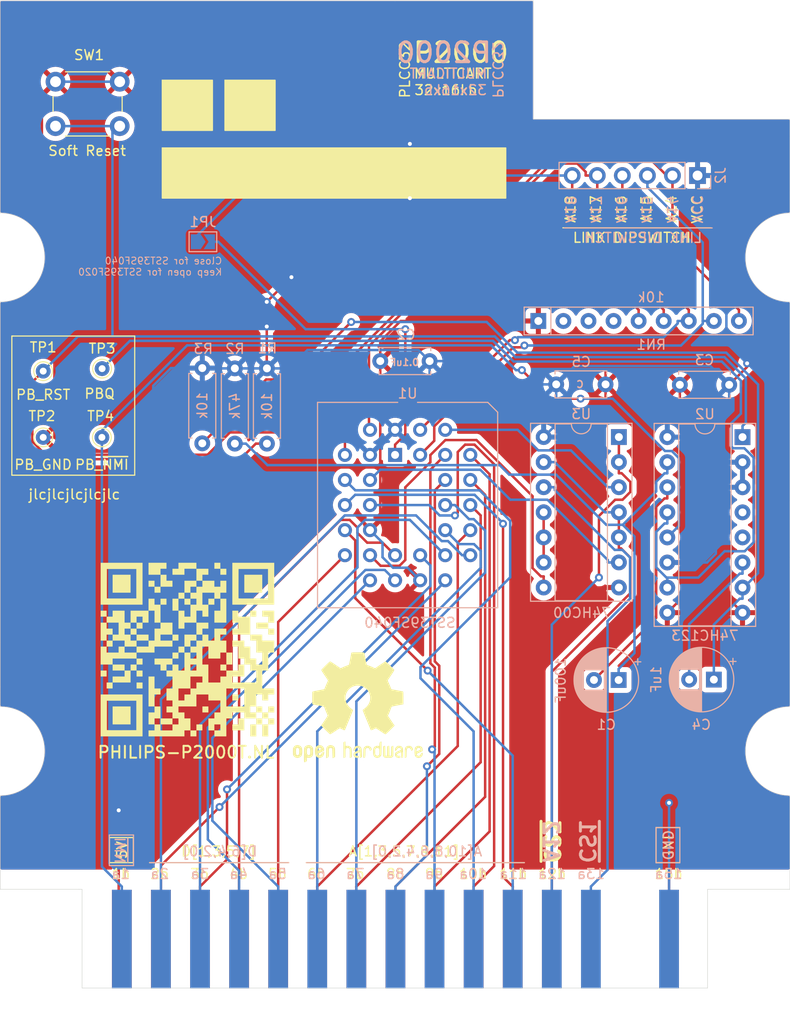
<source format=kicad_pcb>
(kicad_pcb (version 20221018) (generator pcbnew)
  (layers (0 "F.Cu" signal) (31 "B.Cu" signal) (34 "B.Paste" user) (35 "F.Paste" user) (36 "B.SilkS" user "B.Silkscreen") (37 "F.SilkS" user "F.Silkscreen") (38 "B.Mask" user) (39 "F.Mask" user) (44 "Edge.Cuts" user))
  (net 0 "")
  (net 1 "GND")
  (net 2 "+5V")
  (net 3 "D1")
  (net 4 "D3")
  (net 5 "D5")
  (net 6 "D7")
  (net 7 "A1")
  (net 8 "A3")
  (net 9 "A5")
  (net 10 "A7")
  (net 11 "A9")
  (net 12 "A11")
  (net 13 "A12")
  (net 14 "A10")
  (net 15 "A8")
  (net 16 "A6")
  (net 17 "A4")
  (net 18 "A2")
  (net 19 "A0")
  (net 20 "D6")
  (net 21 "D4")
  (net 22 "D2")
  (net 23 "D0")
  (net 24 "~{CARSEL1}")
  (net 25 "~{CARSEL2}")
  (net 26 "A12C")
  (net 27 "A14")
  (net 28 "A15")
  (net 29 "A16")
  (net 30 "A17")
  (net 31 "A18")
  (net 32 "A13")
  (net 33 "~{CS}")
  (net 34 "Net-(JP1-Pad2)")
  (net 35 "~{NMI}")
  (net 36 "Net-(U3-Pad10)")
  (net 37 "Net-(C1-Pad2)")
  (net 38 "Net-(C1-Pad1)")
  (net 39 "Net-(C4-Pad2)")
  (net 40 "Net-(C4-Pad1)")
  (net 41 "Net-(R1-Pad2)")
  (net 42 "Net-(U2-Pad5)")
  (net 43 "Net-(U2-Pad4)")
  (net 44 "Net-(TP3-Pad1)")
  (net 45 "Net-(RN1-Pad4)")
  (net 46 "Net-(RN1-Pad3)")
  (net 47 "Net-(RN1-Pad2)")
  (footprint "Button_Switch_THT:SW_PUSH_6mm" (layer "F.Cu") (at 48.747 52.345)
    (fp_text reference "SW1")
    (fp_text value "Soft Reset")
  )
  (footprint "TestPoint:TestPoint_THTPad_D1.5mm_Drill0.7mm" (layer "F.Cu") (at 47.498 81.661)
    (fp_text reference "TP1")
    (fp_text value "PB_RST")
  )
  (footprint "TestPoint:TestPoint_THTPad_D1.5mm_Drill0.7mm" (layer "F.Cu") (at 47.498 88.37)
    (fp_text reference "TP2")
    (fp_text value "PB_GND")
  )
  (footprint "TestPoint:TestPoint_THTPad_D1.5mm_Drill0.7mm" (layer "F.Cu") (at 53.445 88.37)
    (fp_text reference "TP4")
    (fp_text value "PB_~{NMI}")
  )
  (footprint "TestPoint:TestPoint_THTPad_D1.5mm_Drill0.7mm" (layer "F.Cu") (at 53.467 81.407)
    (fp_text reference "TP3")
    (fp_text value "PBQ")
  )
  (footprint "Symbol:OSHW-Logo2_14.6x12mm_SilkScreen" (layer "F.Cu") (at 79.375 115.697)
    (fp_text reference "REF**" hide)
    (fp_text value "OSHW-Logo2_14.6x12mm_SilkScreen" hide)
  )
  (footprint "libs:qrcode" (layer "F.Cu") (at 62.103 109.855)
    (fp_text reference "G***" hide)
    (fp_text value "LOGO" hide)
  )
  (footprint "Package_DIP:DIP-14_W7.62mm_Socket" (layer "B.Cu") (at 105.821 88.337 180)
    (fp_text reference "U3")
    (fp_text value "74HC00")
  )
  (footprint "Capacitor_THT:C_Disc_D5.0mm_W2.5mm_P5.00mm" (layer "B.Cu") (at 99.471 83.003)
    (fp_text reference "C5")
    (fp_text value "C")
  )
  (footprint "Capacitor_THT:C_Disc_D5.0mm_W2.5mm_P5.00mm" (layer "B.Cu") (at 86.647 80.645 180)
    (fp_text reference "C2")
    (fp_text value "0.1uF")
  )
  (footprint "Connector_PinHeader_2.54mm:PinHeader_1x06_P2.54mm_Vertical" (layer "B.Cu") (at 113.792 61.849 90)
    (fp_text reference "J2")
    (fp_text value "DIPconn")
  )
  (footprint "Jumper:SolderJumper-2_P1.3mm_Open_TrianglePad1.0x1.5mm" (layer "B.Cu") (at 63.679 68.557)
    (fp_text reference "JP1")
    (fp_text value "Jumper")
  )
  (footprint "Package_DIP:DIP-16_W7.62mm_Socket" (layer "B.Cu") (at 118.347 88.345 180)
    (fp_text reference "U2")
    (fp_text value "74HC123")
  )
  (footprint "Capacitor_THT:CP_Radial_D6.3mm_P2.50mm" (layer "B.Cu") (at 105.797 112.945 180)
    (fp_text reference "C1")
    (fp_text value "100uF")
  )
  (footprint "Capacitor_THT:C_Disc_D5.0mm_W2.5mm_P5.00mm" (layer "B.Cu") (at 116.997 83.045 180)
    (fp_text reference "C3")
    (fp_text value "0.1uF")
  )
  (footprint "Resistor_THT:R_Axial_DIN0207_L6.3mm_D2.5mm_P7.62mm_Horizontal" (layer "B.Cu") (at 70.165 81.383 -90)
    (fp_text reference "R1")
    (fp_text value "10k")
  )
  (footprint "Resistor_THT:R_Axial_DIN0207_L6.3mm_D2.5mm_P7.62mm_Horizontal" (layer "B.Cu") (at 66.915 81.383 -90)
    (fp_text reference "R2")
    (fp_text value "47k")
  )
  (footprint "Resistor_THT:R_Axial_DIN0207_L6.3mm_D2.5mm_P7.62mm_Horizontal" (layer "B.Cu") (at 63.615 88.973 90)
    (fp_text reference "R3")
    (fp_text value "10k")
  )
  (footprint "p2000t_cartridge:p2000t_cartridge_edge" (layer "B.Cu") (at 83.185 139.192)
    (fp_text reference "J1")
    (fp_text value "P2000T_cartridge_edge")
  )
  (footprint "Capacitor_THT:CP_Radial_D6.3mm_P2.50mm" (layer "B.Cu") (at 115.443 112.903 180)
    (fp_text reference "C4")
    (fp_text value "1uF")
  )
  (footprint "Resistor_THT:R_Array_SIP9" (layer "B.Cu") (at 97.663 76.581)
    (fp_text reference "RN1")
    (fp_text value "10k")
  )
  (footprint "Package_LCC:PLCC-32_THT-Socket" (layer "B.Cu") (at 83.147 90.145 180)
    (fp_text reference "U1")
    (fp_text value "SST39SF040")
  )
  (gr_line (start 96.251 131.445) (end 74.153 131.445) (stroke (width 0.12)) (layer "B.SilkS"))
  (gr_line (start 72.375 131.445) (end 58.278 131.445) (stroke (width 0.12)) (layer "B.SilkS"))
  (gr_line (start 115.274 67.16) (end 100.274 67.16) (stroke (width 0.12)) (layer "B.SilkS"))
  (gr_line (start 54.197 131.745) (end 54.197 128.645) (stroke (width 0.12)) (layer "B.SilkS"))
  (gr_line (start 111.999 131.451) (end 109.586 131.451) (stroke (width 0.12)) (layer "B.SilkS"))
  (gr_line (start 111.999 127.895) (end 111.999 131.451) (stroke (width 0.12)) (layer "B.SilkS"))
  (gr_line (start 109.586 127.895) (end 111.999 127.895) (stroke (width 0.12)) (layer "B.SilkS"))
  (gr_line (start 109.586 131.451) (end 109.586 127.895) (stroke (width 0.12)) (layer "B.SilkS"))
  (gr_line (start 56.647 128.645) (end 56.647 131.745) (stroke (width 0.12)) (layer "B.SilkS"))
  (gr_line (start 56.647 131.745) (end 54.197 131.745) (stroke (width 0.12)) (layer "B.SilkS"))
  (gr_line (start 54.197 128.645) (end 56.647 128.645) (stroke (width 0.12)) (layer "B.SilkS"))
  (gr_line (start 54.214 128.905) (end 54.214 131.445) (stroke (width 0.12)) (layer "F.SilkS"))
  (gr_line (start 109.586 131.445) (end 111.999 131.445) (stroke (width 0.12)) (layer "F.SilkS"))
  (gr_line (start 109.586 127.889) (end 109.586 131.445) (stroke (width 0.12)) (layer "F.SilkS"))
  (gr_line (start 44.323 78.105) (end 44.45 78.105) (stroke (width 0.12)) (layer "F.SilkS"))
  (gr_rect (start 59.563 59.055) (end 94.361 64.135) (stroke (width 0.12)) (fill solid) (layer "F.SilkS"))
  (gr_line (start 74.153 131.445) (end 96.251 131.445) (stroke (width 0.12)) (layer "F.SilkS"))
  (gr_line (start 45.847 92.202) (end 44.323 92.202) (stroke (width 0.12)) (layer "F.SilkS"))
  (gr_line (start 56.769 78.105) (end 56.769 92.202) (stroke (width 0.12)) (layer "F.SilkS"))
  (gr_line (start 44.323 92.202) (end 44.323 78.105) (stroke (width 0.12)) (layer "F.SilkS"))
  (gr_line (start 58.278 131.445) (end 72.375 131.445) (stroke (width 0.12)) (layer "F.SilkS"))
  (gr_line (start 111.999 131.445) (end 111.999 127.889) (stroke (width 0.12)) (layer "F.SilkS"))
  (gr_line (start 56.627 131.445) (end 56.627 128.905) (stroke (width 0.12)) (layer "F.SilkS"))
  (gr_rect (start 65.913 52.197) (end 70.993 57.277) (stroke (width 0.12)) (fill solid) (layer "F.SilkS"))
  (gr_line (start 100.147 67.145) (end 115.147 67.145) (stroke (width 0.12)) (layer "F.SilkS"))
  (gr_line (start 56.769 92.202) (end 45.847 92.202) (stroke (width 0.12)) (layer "F.SilkS"))
  (gr_line (start 111.999 127.889) (end 109.586 127.889) (stroke (width 0.12)) (layer "F.SilkS"))
  (gr_line (start 44.45 78.105) (end 56.769 78.105) (stroke (width 0.12)) (layer "F.SilkS"))
  (gr_line (start 54.214 131.445) (end 56.627 131.445) (stroke (width 0.12)) (layer "F.SilkS"))
  (gr_rect (start 59.563 52.197) (end 64.643 57.277) (stroke (width 0.12)) (fill solid) (layer "F.SilkS"))
  (gr_line (start 56.627 128.905) (end 54.214 128.905) (stroke (width 0.12)) (layer "F.SilkS"))
  (gr_line (start 43.147 63.645) (end 43.147 59.145) (stroke (width 0.05)) (layer "Edge.Cuts"))
  (gr_line (start 43.147 109.145) (end 43.147 113.645) (stroke (width 0.05)) (layer "Edge.Cuts"))
  (gr_arc (start 43.147 115.645) (mid 47.647 120.145) (end 43.147 124.645) (stroke (width 0.05)) (layer "Edge.Cuts"))
  (gr_line (start 43.147 114.145) (end 43.147 113.645) (stroke (width 0.05)) (layer "Edge.Cuts"))
  (gr_line (start 43.147 127.145) (end 43.147 124.645) (stroke (width 0.05)) (layer "Edge.Cuts"))
  (gr_line (start 43.147 115.645) (end 43.147 114.145) (stroke (width 0.05)) (layer "Edge.Cuts"))
  (gr_arc (start 43.147 65.645) (mid 47.647 70.145) (end 43.147 74.645) (stroke (width 0.05)) (layer "Edge.Cuts"))
  (gr_line (start 123.147 127.145) (end 123.147 124.645) (stroke (width 0.05)) (layer "Edge.Cuts"))
  (gr_line (start 43.147 109.145) (end 43.147 74.645) (stroke (width 0.05)) (layer "Edge.Cuts"))
  (gr_line (start 43.147 65.645) (end 43.147 63.645) (stroke (width 0.05)) (layer "Edge.Cuts"))
  (gr_line (start 123.147 134.145) (end 123.147 127.145) (stroke (width 0.05)) (layer "Edge.Cuts"))
  (gr_line (start 43.147 44.145) (end 43.147 59.145) (stroke (width 0.05)) (layer "Edge.Cuts"))
  (gr_line (start 43.147 134.145) (end 43.147 127.145) (stroke (width 0.05)) (layer "Edge.Cuts"))
  (gr_line (start 97.147 44.145) (end 83.147 44.145) (stroke (width 0.05)) (layer "Edge.Cuts"))
  (gr_line (start 123.147 74.745) (end 123.147 74.645) (stroke (width 0.05)) (layer "Edge.Cuts"))
  (gr_line (start 123.147 115.645) (end 123.147 110.045) (stroke (width 0.05)) (layer "Edge.Cuts"))
  (gr_line (start 123.147 100.457) (end 123.147001 94.845) (stroke (width 0.05)) (layer "Edge.Cuts"))
  (gr_line (start 123.147001 83.445001) (end 123.147 77.845) (stroke (width 0.05)) (layer "Edge.Cuts"))
  (gr_line (start 123.147 63.445) (end 123.147 57.845) (stroke (width 0.05)) (layer "Edge.Cuts"))
  (gr_line (start 114.808 134.145) (end 115.147 134.145) (stroke (width 0.05)) (layer "Edge.Cuts"))
  (gr_line (start 114.808 144.145) (end 51.435 144.145) (stroke (width 0.05)) (layer "Edge.Cuts"))
  (gr_line (start 51.147 134.145) (end 51.435 134.145) (stroke (width 0.05)) (layer "Edge.Cuts"))
  (gr_arc (start 123.147 74.645) (mid 118.647 70.145) (end 123.147 65.645) (stroke (width 0.05)) (layer "Edge.Cuts"))
  (gr_line (start 51.435 144.145) (end 51.435 134.145) (stroke (width 0.05)) (layer "Edge.Cuts"))
  (gr_line (start 123.147 65.645) (end 123.147 63.445) (stroke (width 0.05)) (layer "Edge.Cuts"))
  (gr_line (start 123.147 56.145) (end 97.147 56.145) (stroke (width 0.05)) (layer "Edge.Cuts"))
  (gr_line (start 123.147 74.745) (end 123.147 77.845) (stroke (width 0.05)) (layer "Edge.Cuts"))
  (gr_line (start 51.147 134.145) (end 43.147 134.145) (stroke (width 0.05)) (layer "Edge.Cuts"))
  (gr_line (start 83.147 44.145) (end 43.147 44.145) (stroke (width 0.05)) (layer "Edge.Cuts"))
  (gr_line (start 97.147 56.145) (end 97.147 44.145) (stroke (width 0.05)) (layer "Edge.Cuts"))
  (gr_line (start 123.147 110.045) (end 123.147 100.457) (stroke (width 0.05)) (layer "Edge.Cuts"))
  (gr_line (start 114.808 144.145) (end 114.808 134.145) (stroke (width 0.05)) (layer "Edge.Cuts"))
  (gr_line (start 123.147001 83.445001) (end 123.147001 94.845) (stroke (width 0.05)) (layer "Edge.Cuts"))
  (gr_arc (start 123.147 124.645) (mid 118.647 120.145) (end 123.147 115.645) (stroke (width 0.05)) (layer "Edge.Cuts"))
  (gr_line (start 123.147 56.145) (end 123.147 57.845) (stroke (width 0.05)) (layer "Edge.Cuts"))
  (gr_line (start 115.147 134.145) (end 123.147 134.145) (stroke (width 0.05)) (layer "Edge.Cuts"))
  (gr_text "15a" (at 110.856 132.588) (layer "B.SilkS") (effects (font (size 1 1)) (justify mirror)))
  (gr_text "~{CS1}" (at 102.601 129.286 -90) (layer "B.SilkS") (effects (font (size 1.5 1.5) (thickness 0.3)) (justify mirror)))
  (gr_text "A12" (at 98.918 129.286 -90) (layer "B.SilkS") (effects (font (size 1.5 1.5) (thickness 0.3)) (justify mirror)))
  (gr_text "A[10,8,6,4,2,0]" (at 86.345 130.302) (layer "B.SilkS") (effects (font (size 1 1)) (justify mirror)))
  (gr_text "D[6,4,2,0]" (at 65.39 130.302) (layer "B.SilkS") (effects (font (size 1 1)) (justify mirror)))
  (gr_text "A14" (at 111.204 65.284 270) (layer "B.SilkS") (effects (font (size 1 1)) (justify mirror)))
  (gr_text "LINK DIPSWITCH" (at 108.274 68.16) (layer "B.SilkS") (effects (font (size 1 1)) (justify mirror)))
  (gr_text "VCC" (at 113.737 65.246 270) (layer "B.SilkS") (effects (font (size 1 1)) (justify mirror)))
  (gr_text "1a" (at 55.344 132.588) (layer "B.SilkS") (effects (font (size 1 1)) (justify mirror)))
  (gr_text "~{NMI}" (at 55.247 130.195 270) (layer "B.SilkS") (effects (font (size 1 1)) (justify mirror)))
  (gr_text "GND" (at 110.856 129.673 90) (layer "B.SilkS") (effects (font (size 1 1)) (justify mirror)))
  (gr_text "P2000" (at 93.091 49.403) (layer "B.SilkS") (effects (font (size 2 2) (thickness 0.3)) (justify left mirror)))
  (gr_text "32x16kb" (at 89.2594 53.1954) (layer "B.SilkS") (effects (font (size 1 1)) (justify mirror)))
  (gr_text "MULTICART" (at 88.5482 51.519) (layer "B.SilkS") (effects (font (size 1 1)) (justify mirror)))
  (gr_text "PLCC32" (at 93.5266 51.145 -90) (layer "B.SilkS") (effects (font (size 1 1)) (justify mirror)))
  (gr_text "11a" (at 95.108 132.588) (layer "B.SilkS") (effects (font (size 1 1)) (justify mirror)))
  (gr_text "10a" (at 91.044 132.588) (layer "B.SilkS") (effects (font (size 1 1)) (justify mirror)))
  (gr_text "2a" (at 59.294 132.588) (layer "B.SilkS") (effects (font (size 1 1)) (justify mirror)))
  (gr_text "A17" (at 103.4934 65.284 270) (layer "B.SilkS") (effects (font (size 1 1)) (justify mirror)))
  (gr_text "6a" (at 75.169 132.588) (layer "B.SilkS") (effects (font (size 1 1)) (justify mirror)))
  (gr_text "A16" (at 106.0636 65.284 270) (layer "B.SilkS") (effects (font (size 1 1)) (justify mirror)))
  (gr_text "7a" (at 79.106 132.588) (layer "B.SilkS") (effects (font (size 1 1)) (justify mirror)))
  (gr_text "13a" (at 102.982 132.588) (layer "B.SilkS") (effects (font (size 1 1)) (justify mirror)))
  (gr_text "9a" (at 87.107 132.588) (layer "B.SilkS") (effects (font (size 1 1)) (justify mirror)))
  (gr_text "4a" (at 67.295 132.588) (layer "B.SilkS") (effects (font (size 1 1)) (justify mirror)))
  (gr_text "5a" (at 71.232 132.588) (layer "B.SilkS") (effects (font (size 1 1)) (justify mirror)))
  (gr_text "A18" (at 100.9232 65.284 270) (layer "B.SilkS") (effects (font (size 1 1)) (justify mirror)))
  (gr_text "12a" (at 99.045 132.588) (layer "B.SilkS") (effects (font (size 1 1)) (justify mirror)))
  (gr_text "3a" (at 63.358 132.588) (layer "B.SilkS") (effects (font (size 1 1)) (justify mirror)))
  (gr_text "A15" (at 108.6338 65.284 270) (layer "B.SilkS") (effects (font (size 1 1)) (justify mirror)))
  (gr_text "8a" (at 83.17 132.588) (layer "B.SilkS") (effects (font (size 1 1)) (justify mirror)))
  (gr_text "Close for SST39SF040\nKeep open for SST39SF020" (at 65.679 71.057) (layer "B.SilkS") (effects (font (size 0.7 0.7) (thickness 0.1)) (justify left mirror)))
  (gr_text "9b" (at 87.107 132.588) (layer "F.SilkS") (effects (font (size 1 1))))
  (gr_text "6b" (at 75.169 132.588) (layer "F.SilkS") (effects (font (size 1 1))))
  (gr_text "8b" (at 83.17 132.588) (layer "F.SilkS") (effects (font (size 1 1))))
  (gr_text "4b" (at 67.295 132.588) (layer "F.SilkS") (effects (font (size 1 1))))
  (gr_text "1b" (at 55.357 132.588) (layer "F.SilkS") (effects (font (size 1 1))))
  (gr_text "2b" (at 59.294 132.588) (layer "F.SilkS") (effects (font (size 1 1))))
  (gr_text "5b" (at 71.232 132.588) (layer "F.SilkS") (effects (font (size 1 1))))
  (gr_text "7b" (at 79.106 132.588) (layer "F.SilkS") (effects (font (size 1 1))))
  (gr_text "11b" (at 95.108 132.588) (layer "F.SilkS") (effects (font (size 1 1))))
  (gr_text "12b" (at 99.045 132.588) (layer "F.SilkS") (effects (font (size 1 1))))
  (gr_text "15b" (at 110.856 132.588) (layer "F.SilkS") (effects (font (size 1 1))))
  (gr_text "3b" (at 63.358 132.588) (layer "F.SilkS") (effects (font (size 1 1))))
  (gr_text "10b" (at 91.044 132.588) (layer "F.SilkS") (effects (font (size 1 1))))
  (gr_text "GND" (at 110.856 129.667 90) (layer "F.SilkS") (effects (font (size 1 1))))
  (gr_text "A15" (at 108.5962 65.246 90) (layer "F.SilkS") (effects (font (size 1 1))))
  (gr_text "A16" (at 106.0354 65.246 90) (layer "F.SilkS") (effects (font (size 1 1))))
  (gr_text "A17" (at 103.4746 65.246 90) (layer "F.SilkS") (effects (font (size 1 1))))
  (gr_text "A18" (at 100.9138 65.246 90) (layer "F.SilkS") (effects (font (size 1 1))))
  (gr_text "A14" (at 111.157 65.246 90) (layer "F.SilkS") (effects (font (size 1 1))))
  (gr_text "PLCC32" (at 84.147 51.145 90) (layer "F.SilkS") (effects (font (size 1 1))))
  (gr_text "MULTICART" (at 88.9978 51.519) (layer "F.SilkS") (effects (font (size 1 1))))
  (gr_text "P2000" (at 84.8136 49.394) (layer "F.SilkS") (effects (font (size 2 2) (thickness 0.3)) (justify left)))
  (gr_text "32x16kb" (at 88.2866 53.1954) (layer "F.SilkS") (effects (font (size 1 1))))
  (gr_text "A[1,3,5,7,9,11]" (at 84.059 130.302) (layer "F.SilkS") (effects (font (size 1 1))))
  (gr_text "LINK DIPSWITCH" (at 107.147 68.145) (layer "F.SilkS") (effects (font (size 1 1))))
  (gr_text "VCC" (at 113.737 65.284 90) (layer "F.SilkS") (effects (font (size 1 1))))
  (gr_text "jlcjlcjlcjlcjlc" (at 50.647 94.145) (layer "F.SilkS") (effects (font (size 1 1))))
  (gr_text "~{CS2}" (at 99.172 129.286 90) (layer "F.SilkS") (effects (font (size 1.5 1.5) (thickness 0.3))))
  (gr_text "PHILIPS-P2000T.NL" (at 61.976 120.269) (layer "F.SilkS") (effects (font (size 1.2 1.2) (thickness 0.2))))
  (gr_text "5V" (at 55.484 130.175 90) (layer "F.SilkS") (effects (font (size 1 1))))
  (gr_text "D[1,3,5,7]" (at 65.263 130.302) (layer "F.SilkS") (effects (font (size 1 1))))
  (segment (start 103.579 103.577) (end 102.647 102.645) (width 0.25) (layer "F.Cu") (net 1))
  (segment (start 102.647 87.145) (end 104.471 85.321) (width 0.25) (layer "F.Cu") (net 1))
  (segment (start 81.647 78.645) (end 81.647 80.645) (width 0.25) (layer "F.Cu") (net 1))
  (segment (start 105.647 79.645) (end 98.147 79.645) (width 0.25) (layer "F.Cu") (net 1))
  (segment (start 117.147 116.645) (end 121.647 112.145) (width 0.25) (layer "F.Cu") (net 1))
  (segment (start 105.821 103.577) (end 103.579 103.577) (width 0.25) (layer "F.Cu") (net 1))
  (segment (start 48.6392 88.37) (end 48.6392 59.2806) (width 0.25) (layer "F.Cu") (net 1))
  (segment (start 71.4508 87.8666) (end 66.4194 87.8666) (width 0.25) (layer "F.Cu") (net 1))
  (segment (start 83.711 76.581) (end 81.647 78.645) (width 0.25) (layer "F.Cu") (net 1))
  (segment (start 111.997 84.995) (end 115.147 88.145) (width 0.25) (layer "F.Cu") (net 1))
  (segment (start 116.867 104.645) (end 118.347 106.125) (width 0.25) (layer "F.Cu") (net 1))
  (segment (start 106.647 79.645) (end 105.647 79.645) (width 0.25) (layer "F.Cu") (net 1))
  (segment (start 115.147 104.645) (end 116.867 104.645) (width 0.25) (layer "F.Cu") (net 1))
  (segment (start 115.397 79.645) (end 106.647 79.645) (width 0.25) (layer "F.Cu") (net 1))
  (segment (start 48.6392 59.2806) (end 47.3664 58.0078) (width 0.25) (layer "F.Cu") (net 1))
  (segment (start 97.663 79.161) (end 97.663 76.581) (width 0.25) (layer "F.Cu") (net 1))
  (segment (start 110.905 125.387) (end 117.147 119.145) (width 0.25) (layer "F.Cu") (net 1))
  (segment (start 119.147 79.645) (end 115.647 79.645) (width 0.25) (layer "F.Cu") (net 1))
  (segment (start 110.905 139.192) (end 110.905 125.387) (width 0.25) (layer "F.Cu") (net 1))
  (segment (start 121.647 112.145) (end 121.647 82.145) (width 0.25) (layer "F.Cu") (net 1))
  (segment (start 104.471 80.821) (end 104.471 83.003) (width 0.25) (layer "F.Cu") (net 1))
  (segment (start 115.397 79.645) (end 111.997 83.045) (width 0.25) (layer "F.Cu") (net 1))
  (segment (start 112.207 104.645) (end 110.727 106.125) (width 0.25) (layer "F.Cu") (net 1))
  (segment (start 111.997 83.045) (end 111.997 84.995) (width 0.25) (layer "F.Cu") (net 1))
  (segment (start 115.147 104.645) (end 112.207 104.645) (width 0.25) (layer "F.Cu") (net 1))
  (segment (start 105.647 79.645) (end 104.471 80.821) (width 0.25) (layer "F.Cu") (net 1))
  (segment (start 115.647 79.645) (end 115.397 79.645) (width 0.25) (layer "F.Cu") (net 1))
  (segment (start 66.4194 87.8666) (end 64.1577 90.1283) (width 0.25) (layer "F.Cu") (net 1))
  (segment (start 47.3664 58.0078) (end 47.3664 53.7256) (width 0.25) (layer "F.Cu") (net 1))
  (segment (start 81.647 96.725) (end 80.607 97.765) (width 0.25) (layer "F.Cu") (net 1))
  (segment (start 104.471 85.321) (end 104.471 83.003) (width 0.25) (layer "F.Cu") (net 1))
  (segment (start 106.647 79.645) (end 105.647 79.645) (width 0.25) (layer "F.Cu") (net 1))
  (segment (start 81.647 91.415) (end 81.647 96.725) (width 0.25) (layer "F.Cu") (net 1))
  (segment (start 64.1577 90.1283) (end 50.3975 90.1283) (width 0.25) (layer "F.Cu") (net 1))
  (segment (start 97.663 76.581) (end 83.711 76.581) (width 0.25) (layer "F.Cu") (net 1))
  (segment (start 81.647 80.645) (end 81.647 91.415) (width 0.25) (layer "F.Cu") (net 1))
  (segment (start 74.9992 91.415) (end 71.4508 87.8666) (width 0.25) (layer "F.Cu") (net 1))
  (segment (start 115.647 79.645) (end 115.397 79.645) (width 0.25) (layer "F.Cu") (net 1))
  (segment (start 115.147 88.145) (end 115.147 104.645) (width 0.25) (layer "F.Cu") (net 1))
  (segment (start 117.147 119.145) (end 117.147 116.645) (width 0.25) (layer "F.Cu") (net 1))
  (segment (start 102.647 102.645) (end 102.647 87.145) (width 0.25) (layer "F.Cu") (net 1))
  (segment (start 81.647 91.415) (end 74.9992 91.415) (width 0.25) (layer "F.Cu") (net 1))
  (segment (start 121.647 82.145) (end 119.147 79.645) (width 0.25) (layer "F.Cu") (net 1))
  (segment (start 48.6392 88.37) (end 47.498 88.37) (width 0.25) (layer "F.Cu") (net 1))
  (segment (start 98.147 79.645) (end 97.663 79.161) (width 0.25) (layer "F.Cu") (net 1))
  (segment (start 50.3975 90.1283) (end 48.6392 88.37) (width 0.25) (layer "F.Cu") (net 1))
  (segment (start 47.3664 53.7256) (end 48.747 52.345) (width 0.25) (layer "F.Cu") (net 1))
  (via (at 110.905 125.387) (size 0.8) (drill 0.4) (layers "F.Cu" "B.Cu") (net 1))
  (segment (start 81.877 99.035) (end 81.877 100.5108) (width 0.25) (layer "B.Cu") (net 1))
  (segment (start 80.607 97.765) (end 81.877 99.035) (width 0.25) (layer "B.Cu") (net 1))
  (segment (start 82.9412 101.575) (end 84.417 101.575) (width 0.25) (layer "B.Cu") (net 1))
  (segment (start 84.417 101.575) (end 85.687 102.845) (width 0.25) (layer "B.Cu") (net 1))
  (segment (start 81.877 100.5108) (end 82.9412 101.575) (width 0.25) (layer "B.Cu") (net 1))
  (segment (start 110.905 139.192) (end 110.905 125.387) (width 0.25) (layer "B.Cu") (net 1))
  (segment (start 48.747 52.345) (end 55.247 52.345) (width 0.25) (layer "B.Cu") (net 1))
  (segment (start 70.147 77.145) (end 70.147 81.365) (width 0.25) (layer "F.Cu") (net 2))
  (segment (start 116.997 83.045) (end 118.8099 81.2321) (width 0.25) (layer "F.Cu") (net 2))
  (segment (start 55.147 126.145) (end 55.147 138.874) (width 0.25) (layer "F.Cu") (net 2))
  (segment (start 55.147 138.874) (end 55.465 139.192) (width 0.25) (layer "F.Cu") (net 2))
  (segment (start 70.147 81.365) (end 70.165 81.383) (width 0.25) (layer "F.Cu") (net 2))
  (segment (start 72.647 72.145) (end 70.147 74.645) (width 0.25) (layer "F.Cu") (net 2))
  (segment (start 84.647 58.645) (end 84.647 64.145) (width 0.25) (layer "F.Cu") (net 2))
  (segment (start 118.8099 81.2321) (end 118.8099 80.8741) (width 0.25) (layer "F.Cu") (net 2))
  (via (at 72.647 72.145) (size 0.8) (drill 0.4) (layers "F.Cu" "B.Cu") (net 2))
  (via (at 70.147 74.645) (size 0.8) (drill 0.4) (layers "F.Cu" "B.Cu") (net 2))
  (via (at 84.647 58.645) (size 0.8) (drill 0.4) (layers "F.Cu" "B.Cu") (net 2))
  (via (at 70.147 77.145) (size 0.8) (drill 0.4) (layers "F.Cu" "B.Cu") (net 2))
  (via (at 118.8099 80.8741) (size 0.8) (drill 0.4) (layers "F.Cu" "B.Cu") (net 2))
  (via (at 84.647 64.145) (size 0.8) (drill 0.4) (layers "F.Cu" "B.Cu") (net 2))
  (via (at 55.147 126.145) (size 0.8) (drill 0.4) (layers "F.Cu" "B.Cu") (net 2))
  (segment (start 113.792 60.29) (end 112.147 58.645) (width 0.25) (layer "B.Cu") (net 2))
  (segment (start 99.471 87.067) (end 98.201 88.337) (width 0.25) (layer "B.Cu") (net 2))
  (segment (start 86.647 84.105) (end 86.647 80.645) (width 0.25) (layer "B.Cu") (net 2))
  (segment (start 58.647 83.145) (end 58.647 99.145) (width 0.25) (layer "B.Cu") (net 2))
  (segment (start 70.165 81.383) (end 66.915 81.383) (width 0.25) (layer "B.Cu") (net 2))
  (segment (start 60.439 81.353) (end 58.647 83.145) (width 0.25) (layer "B.Cu") (net 2))
  (segment (start 85.522 79.52) (end 74.272 79.52) (width 0.25) (layer "B.Cu") (net 2))
  (segment (start 101.329 81.145) (end 115.097 81.145) (width 0.25) (layer "B.Cu") (net 2))
  (segment (start 113.792 61.849) (end 113.792 60.29) (width 0.25) (layer "B.Cu") (net 2))
  (segment (start 115.647 100.145) (end 114.747 101.045) (width 0.25) (layer "B.Cu") (net 2))
  (segment (start 116.387 90.885) (end 118.347 90.885) (width 0.25) (layer "B.Cu") (net 2))
  (segment (start 99.471 83.003) (end 99.471 87.067) (width 0.25) (layer "B.Cu") (net 2))
  (segment (start 83.147 87.605) (end 86.647 84.105) (width 0.25) (layer "B.Cu") (net 2))
  (segment (start 70.147 74.645) (end 70.147 77.145) (width 0.25) (layer "B.Cu") (net 2))
  (segment (start 66.915 81.383) (end 63.645 81.383) (width 0.25) (layer "B.Cu") (net 2))
  (segment (start 72.409 81.383) (end 70.165 81.383) (width 0.25) (layer "B.Cu") (net 2))
  (segment (start 115.647 90.145) (end 115.647 92.145) (width 0.25) (layer "B.Cu") (net 2))
  (segment (start 116.147 86.645) (end 115.647 87.145) (width 0.25) (layer "B.Cu") (net 2))
  (segment (start 84.647 64.145) (end 80.647 64.145) (width 0.25) (layer "B.Cu") (net 2))
  (segment (start 113.792 61.849) (end 113.792 63.0243) (width 0.25) (layer "B.Cu") (net 2))
  (segment (start 115.647 92.145) (end 116.927 93.425) (width 0.25) (layer "B.Cu") (net 2))
  (segment (start 58.647 99.145) (end 55.147 102.645) (width 0.25) (layer "B.Cu") (net 2))
  (segment (start 96.005 83.003) (end 99.471 83.003) (width 0.25) (layer "B.Cu") (net 2))
  (segment (start 115.647 90.145) (end 116.387 90.885) (width 0.25) (layer "B.Cu") (net 2))
  (segment (start 74.272 79.52) (end 72.409 81.383) (width 0.25) (layer "B.Cu") (net 2))
  (segment (start 99.471 83.003) (end 101.329 81.145) (width 0.25) (layer "B.Cu") (net 2))
  (segment (start 55.147 102.645) (end 55.147 126.145) (width 0.25) (layer "B.Cu") (net 2))
  (segment (start 80.647 64.145) (end 72.647 72.145) (width 0.25) (layer "B.Cu") (net 2))
  (segment (start 112.147 58.645) (end 84.647 58.645) (width 0.25) (layer "B.Cu") (net 2))
  (segment (start 116.713 78.7772) (end 116.713 65.9453) (width 0.25) (layer "B.Cu") (net 2))
  (segment (start 86.647 80.645) (end 93.647 80.645) (width 0.25) (layer "B.Cu") (net 2))
  (segment (start 114.447 88.345) (end 115.647 87.145) (width 0.25) (layer "B.Cu") (net 2))
  (segment (start 116.997 85.795) (end 116.147 86.645) (width 0.25) (layer "B.Cu") (net 2))
  (segment (start 93.647 80.645) (end 96.005 83.003) (width 0.25) (layer "B.Cu") (net 2))
  (segment (start 115.647 89.645) (end 115.647 90.145) (width 0.25) (layer "B.Cu") (net 2))
  (segment (start 63.615 81.353) (end 60.439 81.353) (width 0.25) (layer "B.Cu") (net 2))
  (segment (start 114.747 101.045) (end 110.727 101.045) (width 0.25) (layer "B.Cu") (net 2))
  (segment (start 116.927 93.425) (end 118.347 93.425) (width 0.25) (layer "B.Cu") (net 2))
  (segment (start 116.713 65.9453) (end 113.792 63.0243) (width 0.25) (layer "B.Cu") (net 2))
  (segment (start 115.647 89.645) (end 115.647 90.145) (width 0.25) (layer "B.Cu") (net 2))
  (segment (start 115.647 92.145) (end 115.647 100.145) (width 0.25) (layer "B.Cu") (net 2))
  (segment (start 86.647 80.645) (end 85.522 79.52) (width 0.25) (layer "B.Cu") (net 2))
  (segment (start 110.727 88.345) (end 114.447 88.345) (width 0.25) (layer "B.Cu") (net 2))
  (segment (start 115.647 87.145) (end 116.147 86.645) (width 0.25) (layer "B.Cu") (net 2))
  (segment (start 63.645 81.383) (end 63.615 81.353) (width 0.25) (layer "B.Cu") (net 2))
  (segment (start 116.997 83.045) (end 116.997 85.795) (width 0.25) (layer "B.Cu") (net 2))
  (segment (start 115.097 81.145) (end 116.997 83.045) (width 0.25) (layer "B.Cu") (net 2))
  (segment (start 115.647 87.145) (end 115.647 89.645) (width 0.25) (layer "B.Cu") (net 2))
  (segment (start 118.8099 80.8741) (end 116.713 78.7772) (width 0.25) (layer "B.Cu") (net 2))
  (segment (start 80.607 90.145) (end 83.147 87.605) (width 0.25) (layer "B.Cu") (net 2))
  (segment (start 59.425 139.192) (end 59.425 131.7465) (width 0.25) (layer "F.Cu") (net 3))
  (segment (start 59.425 131.7465) (end 65.3613 125.8102) (width 0.25) (layer "F.Cu") (net 3))
  (via (at 65.3613 125.8102) (size 0.8) (drill 0.4) (layers "F.Cu" "B.Cu") (net 3))
  (segment (start 88.227 102.9445) (end 88.227 102.845) (width 0.25) (layer "B.Cu") (net 3))
  (segment (start 65.3613 125.8102) (end 88.227 102.9445) (width 0.25) (layer "B.Cu") (net 3))
  (segment (start 63.385 139.192) (end 63.385 133.8667) (width 0.25) (layer "F.Cu") (net 4))
  (segment (start 63.385 133.8667) (end 66.1209 131.1308) (width 0.25) (layer "F.Cu") (net 4))
  (segment (start 66.1209 131.1308) (end 66.1209 124.0222) (width 0.25) (layer "F.Cu") (net 4))
  (via (at 66.1209 124.0222) (size 0.8) (drill 0.4) (layers "F.Cu" "B.Cu") (net 4))
  (segment (start 85.687 100.305) (end 86.7283 101.3463) (width 0.25) (layer "B.Cu") (net 4))
  (segment (start 86.7283 101.3463) (end 86.7283 103.4148) (width 0.25) (layer "B.Cu") (net 4))
  (segment (start 86.7283 103.4148) (end 66.1209 124.0222) (width 0.25) (layer "B.Cu") (net 4))
  (segment (start 67.345 107.0203) (end 77.6369 96.7284) (width 0.25) (layer "F.Cu") (net 5))
  (segment (start 79.337 97.5145) (end 79.337 98.049) (width 0.25) (layer "F.Cu") (net 5))
  (segment (start 67.345 139.192) (end 67.345 107.0203) (width 0.25) (layer "F.Cu") (net 5))
  (segment (start 77.6369 96.7284) (end 78.5509 96.7284) (width 0.25) (layer "F.Cu") (net 5))
  (segment (start 80.323 99.035) (end 81.877 99.035) (width 0.25) (layer "F.Cu") (net 5))
  (segment (start 81.877 99.035) (end 83.147 100.305) (width 0.25) (layer "F.Cu") (net 5))
  (segment (start 79.337 98.049) (end 80.323 99.035) (width 0.25) (layer "F.Cu") (net 5))
  (segment (start 78.5509 96.7284) (end 79.337 97.5145) (width 0.25) (layer "F.Cu") (net 5))
  (segment (start 71.305 107.067) (end 78.067 100.305) (width 0.25) (layer "F.Cu") (net 6))
  (segment (start 71.305 139.192) (end 71.305 107.067) (width 0.25) (layer "F.Cu") (net 6))
  (segment (start 75.265 133.8667) (end 89.497 119.6347) (width 0.25) (layer "F.Cu") (net 7))
  (segment (start 89.497 99.035) (end 90.767 97.765) (width 0.25) (layer "F.Cu") (net 7))
  (segment (start 75.265 139.192) (end 75.265 133.8667) (width 0.25) (layer "F.Cu") (net 7))
  (segment (start 89.497 119.6347) (end 89.497 99.035) (width 0.25) (layer "F.Cu") (net 7))
  (segment (start 90.767 95.225) (end 91.8185 96.2765) (width 0.25) (layer "F.Cu") (net 8))
  (segment (start 91.8185 96.2765) (end 91.8185 121.2732) (width 0.25) (layer "F.Cu") (net 8))
  (segment (start 79.225 139.192) (end 79.225 133.8667) (width 0.25) (layer "F.Cu") (net 8))
  (segment (start 91.8185 121.2732) (end 79.225 133.8667) (width 0.25) (layer "F.Cu") (net 8))
  (segment (start 92.273 94.191) (end 92.273 124.7787) (width 0.25) (layer "F.Cu") (net 9))
  (segment (start 83.185 139.192) (end 83.185 133.8667) (width 0.25) (layer "F.Cu") (net 9))
  (segment (start 92.273 124.7787) (end 83.185 133.8667) (width 0.25) (layer "F.Cu") (net 9))
  (segment (start 90.767 92.685) (end 92.273 94.191) (width 0.25) (layer "F.Cu") (net 9))
  (segment (start 90.767 90.145) (end 92.7255 92.1035) (width 0.25) (layer "F.Cu") (net 10))
  (segment (start 92.7255 128.2862) (end 87.145 133.8667) (width 0.25) (layer "F.Cu") (net 10))
  (segment (start 87.145 139.192) (end 87.145 133.8667) (width 0.25) (layer "F.Cu") (net 10))
  (segment (start 92.7255 92.1035) (end 92.7255 128.2862) (width 0.25) (layer "F.Cu") (net 10))
  (segment (start 89.497 89.8518) (end 90.2405 89.1083) (width 0.25) (layer "F.Cu") (net 11))
  (segment (start 89.2149 96.2813) (end 89.497 95.9992) (width 0.25) (layer "F.Cu") (net 11))
  (segment (start 89.497 95.9992) (end 89.497 89.8518) (width 0.25) (layer "F.Cu") (net 11))
  (segment (start 93.1833 91.0953) (end 93.1833 131.7884) (width 0.25) (layer "F.Cu") (net 11))
  (segment (start 91.1963 89.1083) (end 93.1833 91.0953) (width 0.25) (layer "F.Cu") (net 11))
  (segment (start 91.105 139.192) (end 91.105 133.8667) (width 0.25) (layer "F.Cu") (net 11))
  (segment (start 93.1833 131.7884) (end 91.105 133.8667) (width 0.25) (layer "F.Cu") (net 11))
  (segment (start 90.2405 89.1083) (end 91.1963 89.1083) (width 0.25) (layer "F.Cu") (net 11))
  (via (at 89.2149 96.2813) (size 0.8) (drill 0.4) (layers "F.Cu" "B.Cu") (net 11))
  (segment (start 80.607 95.225) (end 86.6087 95.225) (width 0.25) (layer "B.Cu") (net 11))
  (segment (start 87.665 96.2813) (end 89.2149 96.2813) (width 0.25) (layer "B.Cu") (net 11))
  (segment (start 86.6087 95.225) (end 87.665 96.2813) (width 0.25) (layer "B.Cu") (net 11))
  (segment (start 95.065 139.192) (end 95.065 133.8667) (width 0.25) (layer "F.Cu") (net 12))
  (segment (start 95.065 133.8667) (end 94.0834 132.8851) (width 0.25) (layer "F.Cu") (net 12))
  (segment (start 94.0834 132.8851) (end 94.0834 97.1228) (width 0.25) (layer "F.Cu") (net 12))
  (via (at 94.0834 97.1228) (size 0.8) (drill 0.4) (layers "F.Cu" "B.Cu") (net 12))
  (segment (start 91.2055 94.1884) (end 79.1036 94.1884) (width 0.25) (layer "B.Cu") (net 12))
  (segment (start 79.1036 94.1884) (end 78.067 95.225) (width 0.25) (layer "B.Cu") (net 12))
  (segment (start 94.0834 97.1228) (end 94.0834 97.0663) (width 0.25) (layer "B.Cu") (net 12))
  (segment (start 94.0834 97.0663) (end 91.2055 94.1884) (width 0.25) (layer "B.Cu") (net 12))
  (segment (start 104.6957 93.417) (end 100.9643 89.6856) (width 0.25) (layer "B.Cu") (net 13))
  (segment (start 97.6528 89.6856) (end 95.5722 87.605) (width 0.25) (layer "B.Cu") (net 13))
  (segment (start 95.5722 87.605) (end 88.227 87.605) (width 0.25) (layer "B.Cu") (net 13))
  (segment (start 100.9643 89.6856) (end 97.6528 89.6856) (width 0.25) (layer "B.Cu") (net 13))
  (segment (start 105.821 93.417) (end 104.6957 93.417) (width 0.25) (layer "B.Cu") (net 13))
  (segment (start 79.1119 104.659) (end 86.4476 111.9947) (width 0.25) (layer "F.Cu") (net 14))
  (segment (start 79.1119 98.8099) (end 79.1119 104.659) (width 0.25) (layer "F.Cu") (net 14))
  (segment (start 78.067 97.765) (end 79.1119 98.8099) (width 0.25) (layer "F.Cu") (net 14))
  (via (at 86.4476 111.9947) (size 0.8) (drill 0.4) (layers "F.Cu" "B.Cu") (net 14))
  (segment (start 95.065 139.192) (end 95.065 120.6121) (width 0.25) (layer "B.Cu") (net 14))
  (segment (start 95.065 120.6121) (end 86.4476 111.9947) (width 0.25) (layer "B.Cu") (net 14))
  (segment (start 94.8112 102.5446) (end 94.8112 96.8248) (width 0.25) (layer "B.Cu") (net 15))
  (segment (start 94.8112 96.8248) (end 91.7195 93.7331) (width 0.25) (layer "B.Cu") (net 15))
  (segment (start 91.105 139.192) (end 91.105 118.1496) (width 0.25) (layer "B.Cu") (net 15))
  (segment (start 85.7221 112.7667) (end 85.7221 111.6337) (width 0.25) (layer "B.Cu") (net 15))
  (segment (start 91.105 118.1496) (end 85.7221 112.7667) (width 0.25) (layer "B.Cu") (net 15))
  (segment (start 79.1151 93.7331) (end 78.067 92.685) (width 0.25) (layer "B.Cu") (net 15))
  (segment (start 91.7195 93.7331) (end 79.1151 93.7331) (width 0.25) (layer "B.Cu") (net 15))
  (segment (start 85.7221 111.6337) (end 94.8112 102.5446) (width 0.25) (layer "B.Cu") (net 15))
  (segment (start 86.7236 111.2449) (end 87.1729 111.6942) (width 0.25) (layer "F.Cu") (net 16))
  (segment (start 86.7236 91.6484) (end 86.7236 111.2449) (width 0.25) (layer "F.Cu") (net 16))
  (segment (start 88.227 90.145) (end 86.7236 91.6484) (width 0.25) (layer "F.Cu") (net 16))
  (segment (start 87.1729 119.699) (end 86.8976 119.9743) (width 0.25) (layer "F.Cu") (net 16))
  (segment (start 87.1729 111.6942) (end 87.1729 119.699) (width 0.25) (layer "F.Cu") (net 16))
  (via (at 86.8976 119.9743) (size 0.8) (drill 0.4) (layers "F.Cu" "B.Cu") (net 16))
  (segment (start 87.145 139.192) (end 87.145 133.8667) (width 0.25) (layer "B.Cu") (net 16))
  (segment (start 87.145 120.2217) (end 86.8976 119.9743) (width 0.25) (layer "B.Cu") (net 16))
  (segment (start 87.145 133.8667) (end 87.145 120.2217) (width 0.25) (layer "B.Cu") (net 16))
  (segment (start 87.6232 120.4348) (end 87.6232 111.5076) (width 0.25) (layer "F.Cu") (net 17))
  (segment (start 87.6232 111.5076) (end 87.1739 111.0583) (width 0.25) (layer "F.Cu") (net 17))
  (segment (start 87.1739 93.7381) (end 88.227 92.685) (width 0.25) (layer "F.Cu") (net 17))
  (segment (start 86.3754 121.6826) (end 87.6232 120.4348) (width 0.25) (layer "F.Cu") (net 17))
  (segment (start 87.1739 111.0583) (end 87.1739 93.7381) (width 0.25) (layer "F.Cu") (net 17))
  (via (at 86.3754 121.6826) (size 0.8) (drill 0.4) (layers "F.Cu" "B.Cu") (net 17))
  (segment (start 83.185 133.8667) (end 86.3754 130.6763) (width 0.25) (layer "B.Cu") (net 17))
  (segment (start 83.185 139.192) (end 83.185 133.8667) (width 0.25) (layer "B.Cu") (net 17))
  (segment (start 86.3754 130.6763) (end 86.3754 121.6826) (width 0.25) (layer "B.Cu") (net 17))
  (segment (start 79.225 115.113) (end 92.2781 102.0599) (width 0.25) (layer "B.Cu") (net 18))
  (segment (start 91.1222 96.6543) (end 90.6426 96.6543) (width 0.25) (layer "B.Cu") (net 18))
  (segment (start 79.225 139.192) (end 79.225 115.113) (width 0.25) (layer "B.Cu") (net 18))
  (segment (start 89.2133 95.225) (end 88.227 95.225) (width 0.25) (layer "B.Cu") (net 18))
  (segment (start 92.2781 102.0599) (end 92.2781 97.8102) (width 0.25) (layer "B.Cu") (net 18))
  (segment (start 92.2781 97.8102) (end 91.1222 96.6543) (width 0.25) (layer "B.Cu") (net 18))
  (segment (start 90.6426 96.6543) (end 89.2133 95.225) (width 0.25) (layer "B.Cu") (net 18))
  (segment (start 91.826 101.5853) (end 75.265 118.1463) (width 0.25) (layer "B.Cu") (net 19))
  (segment (start 88.227 97.765) (end 89.6411 99.1791) (width 0.25) (layer "B.Cu") (net 19))
  (segment (start 75.265 118.1463) (end 75.265 133.8667) (width 0.25) (layer "B.Cu") (net 19))
  (segment (start 75.265 139.192) (end 75.265 133.8667) (width 0.25) (layer "B.Cu") (net 19))
  (segment (start 91.1433 99.1791) (end 91.826 99.8618) (width 0.25) (layer "B.Cu") (net 19))
  (segment (start 89.6411 99.1791) (end 91.1433 99.1791) (width 0.25) (layer "B.Cu") (net 19))
  (segment (start 91.826 99.8618) (end 91.826 101.5853) (width 0.25) (layer "B.Cu") (net 19))
  (segment (start 64.6359 127.1976) (end 64.6359 118.8161) (width 0.25) (layer "B.Cu") (net 20))
  (segment (start 64.6359 118.8161) (end 80.607 102.845) (width 0.25) (layer "B.Cu") (net 20))
  (segment (start 71.305 133.8667) (end 64.6359 127.1976) (width 0.25) (layer "B.Cu") (net 20))
  (segment (start 71.305 139.192) (end 71.305 133.8667) (width 0.25) (layer "B.Cu") (net 20))
  (segment (start 64.1787 117.7657) (end 80.1476 101.7968) (width 0.25) (layer "B.Cu") (net 21))
  (segment (start 67.345 139.192) (end 67.345 132.2632) (width 0.25) (layer "B.Cu") (net 21))
  (segment (start 82.0988 101.7968) (end 83.147 102.845) (width 0.25) (layer "B.Cu") (net 21))
  (segment (start 64.1787 129.0969) (end 64.1787 117.7657) (width 0.25) (layer "B.Cu") (net 21))
  (segment (start 80.1476 101.7968) (end 82.0988 101.7968) (width 0.25) (layer "B.Cu") (net 21))
  (segment (start 67.345 132.2632) (end 64.1787 129.0969) (width 0.25) (layer "B.Cu") (net 21))
  (segment (start 79.337 97.5041) (end 80.1143 96.7268) (width 0.25) (layer "B.Cu") (net 22))
  (segment (start 63.385 117.4898) (end 79.337 101.5378) (width 0.25) (layer "B.Cu") (net 22))
  (segment (start 79.337 101.5378) (end 79.337 97.5041) (width 0.25) (layer "B.Cu") (net 22))
  (segment (start 80.1143 96.7268) (end 84.6488 96.7268) (width 0.25) (layer "B.Cu") (net 22))
  (segment (start 63.385 133.8667) (end 63.385 117.4898) (width 0.25) (layer "B.Cu") (net 22))
  (segment (start 63.385 139.192) (end 63.385 133.8667) (width 0.25) (layer "B.Cu") (net 22))
  (segment (start 84.6488 96.7268) (end 88.227 100.305) (width 0.25) (layer "B.Cu") (net 22))
  (segment (start 88.5097 98.8756) (end 89.9391 100.305) (width 0.25) (layer "B.Cu") (net 23))
  (segment (start 78.0485 96.2764) (end 85.2726 96.2764) (width 0.25) (layer "B.Cu") (net 23))
  (segment (start 89.9391 100.305) (end 90.767 100.305) (width 0.25) (layer "B.Cu") (net 23))
  (segment (start 85.2726 96.2764) (end 87.8718 98.8756) (width 0.25) (layer "B.Cu") (net 23))
  (segment (start 87.8718 98.8756) (end 88.5097 98.8756) (width 0.25) (layer "B.Cu") (net 23))
  (segment (start 59.425 114.8999) (end 78.0485 96.2764) (width 0.25) (layer "B.Cu") (net 23))
  (segment (start 59.425 139.192) (end 59.425 114.8999) (width 0.25) (layer "B.Cu") (net 23))
  (segment (start 106.175 99.767) (end 106.9516 100.5436) (width 0.25) (layer "B.Cu") (net 24))
  (segment (start 105.395 99.767) (end 106.175 99.767) (width 0.25) (layer "B.Cu") (net 24))
  (segment (start 104.6716 132.1801) (end 102.985 133.8667) (width 0.25) (layer "B.Cu") (net 24))
  (segment (start 106.9516 104.7024) (end 104.6716 106.9824) (width 0.25) (layer "B.Cu") (net 24))
  (segment (start 98.201 93.417) (end 99.3263 93.417) (width 0.25) (layer "B.Cu") (net 24))
  (segment (start 99.3263 93.417) (end 99.3263 93.6983) (width 0.25) (layer "B.Cu") (net 24))
  (segment (start 99.3263 93.6983) (end 105.395 99.767) (width 0.25) (layer "B.Cu") (net 24))
  (segment (start 102.985 139.192) (end 102.985 133.8667) (width 0.25) (layer "B.Cu") (net 24))
  (segment (start 106.9516 100.5436) (end 106.9516 104.7024) (width 0.25) (layer "B.Cu") (net 24))
  (segment (start 104.6716 106.9824) (end 104.6716 132.1801) (width 0.25) (layer "B.Cu") (net 24))
  (segment (start 106.9873 100.5567) (end 106.9873 104.1446) (width 0.25) (layer "F.Cu") (net 25))
  (segment (start 105.821 95.957) (end 105.821 98.497) (width 0.25) (layer "F.Cu") (net 25))
  (segment (start 105.821 98.497) (end 105.821 99.6223) (width 0.25) (layer "F.Cu") (net 25))
  (segment (start 105.821 99.6223) (end 106.0529 99.6223) (width 0.25) (layer "F.Cu") (net 25))
  (segment (start 106.0529 99.6223) (end 106.9873 100.5567) (width 0.25) (layer "F.Cu") (net 25))
  (segment (start 106.9873 104.1446) (end 99.025 112.1069) (width 0.25) (layer "F.Cu") (net 25))
  (segment (start 99.025 112.1069) (end 99.025 139.192) (width 0.25) (layer "F.Cu") (net 25))
  (segment (start 98.201 90.877) (end 99.3263 90.877) (width 0.25) (layer "B.Cu") (net 25))
  (segment (start 104.4063 95.957) (end 99.3263 90.877) (width 0.25) (layer "B.Cu") (net 25))
  (segment (start 105.821 95.957) (end 104.4063 95.957) (width 0.25) (layer "B.Cu") (net 25))
  (segment (start 105.821 88.337) (end 105.821 90.877) (width 0.25) (layer "F.Cu") (net 26))
  (segment (start 105.821 90.877) (end 105.821 92.0023) (width 0.25) (layer "F.Cu") (net 26))
  (segment (start 106.1915 94.687) (end 105.4435 94.687) (width 0.25) (layer "F.Cu") (net 26))
  (segment (start 106.1023 92.0023) (end 106.9871 92.8871) (width 0.25) (layer "F.Cu") (net 26))
  (segment (start 106.9871 92.8871) (end 106.9871 93.8914) (width 0.25) (layer "F.Cu") (net 26))
  (segment (start 106.9871 93.8914) (end 106.1915 94.687) (width 0.25) (layer "F.Cu") (net 26))
  (segment (start 105.821 92.0023) (end 106.1023 92.0023) (width 0.25) (layer "F.Cu") (net 26))
  (segment (start 103.8033 96.3272) (end 103.8033 102.5636) (width 0.25) (layer "F.Cu") (net 26))
  (segment (start 105.4435 94.687) (end 103.8033 96.3272) (width 0.25) (layer "F.Cu") (net 26))
  (via (at 103.8033 102.5636) (size 0.8) (drill 0.4) (layers "F.Cu" "B.Cu") (net 26))
  (segment (start 99.025 107.3419) (end 99.025 139.192) (width 0.25) (layer "B.Cu") (net 26))
  (segment (start 103.8033 102.5636) (end 99.025 107.3419) (width 0.25) (layer "B.Cu") (net 26))
  (segment (start 111.252 68.7247) (end 111.252 62.4366) (width 0.25) (layer "F.Cu") (net 27))
  (segment (start 108.9981 60.1827) (end 98.8181 60.1827) (width 0.25) (layer "F.Cu") (net 27))
  (segment (start 78.067 80.9338) (end 78.067 90.145) (width 0.25) (layer "F.Cu") (net 27))
  (segment (start 98.8181 60.1827) (end 78.067 80.9338) (width 0.25) (layer "F.Cu") (net 27))
  (segment (start 111.252 61.849) (end 111.252 62.4366) (width 0.25) (layer "F.Cu") (net 27))
  (segment (start 111.252 62.4366) (end 108.9981 60.1827) (width 0.25) (layer "F.Cu") (net 27))
  (segment (start 117.983 76.581) (end 117.983 75.4557) (width 0.25) (layer "F.Cu") (net 27))
  (segment (start 117.983 75.4557) (end 111.252 68.7247) (width 0.25) (layer "F.Cu") (net 27))
  (segment (start 96.0669 79.2487) (end 96.2515 79.0641) (width 0.25) (layer "F.Cu") (net 28))
  (segment (start 95.1174 79.2487) (end 96.0669 79.2487) (width 0.25) (layer "F.Cu") (net 28))
  (segment (start 85.687 90.145) (end 87.1164 88.7156) (width 0.25) (layer "F.Cu") (net 28))
  (segment (start 87.1164 88.7156) (end 87.1164 87.2497) (width 0.25) (layer "F.Cu") (net 28))
  (segment (start 87.1164 87.2497) (end 95.1174 79.2487) (width 0.25) (layer "F.Cu") (net 28))
  (via (at 96.2515 79.0641) (size 0.8) (drill 0.4) (layers "F.Cu" "B.Cu") (net 28))
  (segment (start 114.3177 68.63) (end 114.3177 76.581) (width 0.25) (layer "B.Cu") (net 28))
  (segment (start 112.1159 79.0641) (end 96.2515 79.0641) (width 0.25) (layer "B.Cu") (net 28))
  (segment (start 114.3177 76.581) (end 114.3177 76.8623) (width 0.25) (layer "B.Cu") (net 28))
  (segment (start 115.443 76.581) (end 114.3177 76.581) (width 0.25) (layer "B.Cu") (net 28))
  (segment (start 108.712 61.849) (end 108.712 63.0243) (width 0.25) (layer "B.Cu") (net 28))
  (segment (start 114.3177 76.8623) (end 112.1159 79.0641) (width 0.25) (layer "B.Cu") (net 28))
  (segment (start 108.712 63.0243) (end 114.3177 68.63) (width 0.25) (layer "B.Cu") (net 28))
  (segment (start 112.903 76.581) (end 112.903 75.4557) (width 0.25) (layer "F.Cu") (net 29))
  (segment (start 85.687 87.605) (end 94.7686 78.5234) (width 0.25) (layer "F.Cu") (net 29))
  (segment (start 106.172 68.7247) (end 106.172 61.849) (width 0.25) (layer "F.Cu") (net 29))
  (segment (start 94.7686 78.5234) (end 95.2942 78.5234) (width 0.25) (layer "F.Cu") (net 29))
  (segment (start 112.903 75.4557) (end 106.172 68.7247) (width 0.25) (layer "F.Cu") (net 29))
  (via (at 95.2942 78.5234) (size 0.8) (drill 0.4) (layers "F.Cu" "B.Cu") (net 29))
  (segment (start 112.903 76.581) (end 111.7777 76.581) (width 0.25) (layer "B.Cu") (net 29))
  (segment (start 111.7777 76.8324) (end 111.7777 76.581) (width 0.25) (layer "B.Cu") (net 29))
  (segment (start 95.2942 78.5234) (end 95.5951 78.2225) (width 0.25) (layer "B.Cu") (net 29))
  (segment (start 95.5951 78.2225) (end 110.3876 78.2225) (width 0.25) (layer "B.Cu") (net 29))
  (segment (start 110.3876 78.2225) (end 111.7777 76.8324) (width 0.25) (layer "B.Cu") (net 29))
  (segment (start 103.632 61.849) (end 102.4567 61.849) (width 0.25) (layer "F.Cu") (net 30))
  (segment (start 80.504 87.502) (end 80.607 87.605) (width 0.25) (layer "F.Cu") (net 30))
  (segment (start 80.504 79.1337) (end 80.504 87.502) (width 0.25) (layer "F.Cu") (net 30))
  (segment (start 110.363 76.581) (end 110.363 75.4557) (width 0.25) (layer "F.Cu") (net 30))
  (segment (start 101.6081 60.6331) (end 99.0046 60.6331) (width 0.25) (layer "F.Cu") (net 30))
  (segment (start 110.363 75.4557) (end 103.632 68.7247) (width 0.25) (layer "F.Cu") (net 30))
  (segment (start 103.632 68.7247) (end 103.632 61.849) (width 0.25) (layer "F.Cu") (net 30))
  (segment (start 102.4567 61.849) (end 102.4567 61.4817) (width 0.25) (layer "F.Cu") (net 30))
  (segment (start 99.0046 60.6331) (end 80.504 79.1337) (width 0.25) (layer "F.Cu") (net 30))
  (segment (start 102.4567 61.4817) (end 101.6081 60.6331) (width 0.25) (layer "F.Cu") (net 30))
  (segment (start 101.092 68.7247) (end 107.823 75.4557) (width 0.25) (layer "F.Cu") (net 31))
  (segment (start 107.823 76.581) (end 107.823 75.4557) (width 0.25) (layer "F.Cu") (net 31))
  (segment (start 101.092 61.849) (end 101.092 68.7247) (width 0.25) (layer "F.Cu") (net 31))
  (segment (start 69.175 61.849) (end 62.954 68.07) (width 0.25) (layer "B.Cu") (net 31))
  (segment (start 101.092 61.849) (end 69.175 61.849) (width 0.25) (layer "B.Cu") (net 31))
  (segment (start 62.954 68.07) (end 62.954 68.557) (width 0.25) (layer "B.Cu") (net 31))
  (segment (start 98.5899 94.687) (end 94.8219 94.687) (width 0.25) (layer "B.Cu") (net 32))
  (segment (start 91.7823 91.6474) (end 81.6446 91.6474) (width 0.25) (layer "B.Cu") (net 32))
  (segment (start 94.8219 94.687) (end 91.7823 91.6474) (width 0.25) (layer "B.Cu") (net 32))
  (segment (start 104.6957 101.037) (end 104.6957 100.7928) (width 0.25) (layer "B.Cu") (net 32))
  (segment (start 104.6957 100.7928) (end 98.5899 94.687) (width 0.25) (layer "B.Cu") (net 32))
  (segment (start 81.6446 91.6474) (end 80.607 92.685) (width 0.25) (layer "B.Cu") (net 32))
  (segment (start 105.821 101.037) (end 104.6957 101.037) (width 0.25) (layer "B.Cu") (net 32))
  (segment (start 86.7235 90.1613) (end 86.7235 90.886) (width 0.25) (layer "F.Cu") (net 33))
  (segment (start 98.201 102.4517) (end 97.9196 102.4517) (width 0.25) (layer "F.Cu") (net 33))
  (segment (start 84.1836 93.4259) (end 84.1836 100.7889) (width 0.25) (layer "F.Cu") (net 33))
  (segment (start 91.3923 88.6416) (end 88.2432 88.6416) (width 0.25) (layer "F.Cu") (net 33))
  (segment (start 97.0757 101.6078) (end 97.0757 94.325) (width 0.25) (layer "F.Cu") (net 33))
  (segment (start 86.7235 90.886) (end 84.1836 93.4259) (width 0.25) (layer "F.Cu") (net 33))
  (segment (start 98.201 103.577) (end 98.201 102.4517) (width 0.25) (layer "F.Cu") (net 33))
  (segment (start 84.1836 100.7889) (end 83.594 101.3785) (width 0.25) (layer "F.Cu") (net 33))
  (segment (start 88.2432 88.6416) (end 86.7235 90.1613) (width 0.25) (layer "F.Cu") (net 33))
  (segment (start 97.9196 102.4517) (end 97.0757 101.6078) (width 0.25) (layer "F.Cu") (net 33))
  (segment (start 81.6805 101.3785) (end 80.607 100.305) (width 0.25) (layer "F.Cu") (net 33))
  (segment (start 97.0757 94.325) (end 91.3923 88.6416) (width 0.25) (layer "F.Cu") (net 33))
  (segment (start 83.594 101.3785) (end 81.6805 101.3785) (width 0.25) (layer "F.Cu") (net 33))
  (segment (start 83.147 89.1085) (end 84.1835 88.072) (width 0.25) (layer "F.Cu") (net 34))
  (segment (start 84.1835 88.072) (end 84.1835 77.412) (width 0.25) (layer "F.Cu") (net 34))
  (segment (start 83.147 90.145) (end 83.147 89.1085) (width 0.25) (layer "F.Cu") (net 34))
  (via (at 84.1835 77.412) (size 0.8) (drill 0.4) (layers "F.Cu" "B.Cu") (net 34))
  (segment (start 65.2293 68.557) (end 74.0843 77.412) (width 0.25) (layer "B.Cu") (net 34))
  (segment (start 74.0843 77.412) (end 84.1835 77.412) (width 0.25) (layer "B.Cu") (net 34))
  (segment (start 64.404 68.557) (end 65.2293 68.557) (width 0.25) (layer "B.Cu") (net 34))
  (segment (start 98.8871 84.448) (end 95.9984 81.5593) (width 0.25) (layer "F.Cu") (net 35))
  (segment (start 101.9407 84.448) (end 98.8871 84.448) (width 0.25) (layer "F.Cu") (net 35))
  (via (at 95.9984 81.5593) (size 0.8) (drill 0.4) (layers "F.Cu" "B.Cu") (net 35))
  (via (at 101.9407 84.448) (size 0.8) (drill 0.4) (layers "F.Cu" "B.Cu") (net 35))
  (segment (start 95.3933 81.5593) (end 92.8795 79.0455) (width 0.25) (layer "B.Cu") (net 35))
  (segment (start 53.445 87.6794) (end 53.445 88.37) (width 0.25) (layer "B.Cu") (net 35))
  (segment (start 55.465 139.192) (end 55.465 133.8667) (width 0.25) (layer "B.Cu") (net 35))
  (segment (start 62.0789 79.0455) (end 53.445 87.6794) (width 0.25) (layer "B.Cu") (net 35))
  (segment (start 110.4933 89.7516) (end 105.1897 84.448) (width 0.25) (layer "B.Cu") (net 35))
  (segment (start 53.445 88.37) (end 53.445 131.8467) (width 0.25) (layer "B.Cu") (net 35))
  (segment (start 53.445 131.8467) (end 55.465 133.8667) (width 0.25) (layer "B.Cu") (net 35))
  (segment (start 92.8795 79.0455) (end 62.0789 79.0455) (width 0.25) (layer "B.Cu") (net 35))
  (segment (start 111.1859 89.7516) (end 110.4933 89.7516) (width 0.25) (layer "B.Cu") (net 35))
  (segment (start 95.9984 81.5593) (end 95.3933 81.5593) (width 0.25) (layer "B.Cu") (net 35))
  (segment (start 110.727 98.505) (end 111.8996 97.3324) (width 0.25) (layer "B.Cu") (net 35))
  (segment (start 111.8996 97.3324) (end 111.8996 90.4653) (width 0.25) (layer "B.Cu") (net 35))
  (segment (start 105.1897 84.448) (end 101.9407 84.448) (width 0.25) (layer "B.Cu") (net 35))
  (segment (start 111.8996 90.4653) (end 111.1859 89.7516) (width 0.25) (layer "B.Cu") (net 35))
  (segment (start 98.201 101.037) (end 98.201 98.497) (width 0.25) (layer "F.Cu") (net 36))
  (segment (start 98.201 98.497) (end 98.201 95.957) (width 0.25) (layer "F.Cu") (net 36))
  (segment (start 110.4456 94.5503) (end 109.6017 95.3942) (width 0.25) (layer "F.Cu") (net 37))
  (segment (start 110.727 93.425) (end 110.727 94.5503) (width 0.25) (layer "F.Cu") (net 37))
  (segment (start 109.6017 106.6403) (end 103.297 112.945) (width 0.25) (layer "F.Cu") (net 37))
  (segment (start 110.727 94.5503) (end 110.4456 94.5503) (width 0.25) (layer "F.Cu") (net 37))
  (segment (start 109.6017 95.3942) (end 109.6017 106.6403) (width 0.25) (layer "F.Cu") (net 37))
  (segment (start 93.7438 91.1817) (end 70.219 91.1817) (width 0.25) (layer "B.Cu") (net 38))
  (segment (start 109.6017 92.8542) (end 110.4456 92.0103) (width 0.25) (layer "B.Cu") (net 38))
  (segment (start 105.797 112.945) (end 105.797 111.8197) (width 0.25) (layer "B.Cu") (net 38))
  (segment (start 110.727 90.885) (end 110.727 92.0103) (width 0.25) (layer "B.Cu") (net 38))
  (segment (start 107.402 110.2147) (end 107.402 98.4149) (width 0.25) (layer "B.Cu") (net 38))
  (segment (start 94.7091 92.147) (end 93.7438 91.1817) (width 0.25) (layer "B.Cu") (net 38))
  (segment (start 106.2141 97.227) (end 104.5463 97.227) (width 0.25) (layer "B.Cu") (net 38))
  (segment (start 107.402 98.4149) (end 106.2141 97.227) (width 0.25) (layer "B.Cu") (net 38))
  (segment (start 66.915 89.003) (end 68.0403 89.003) (width 0.25) (layer "B.Cu") (net 38))
  (segment (start 99.4663 92.147) (end 94.7091 92.147) (width 0.25) (layer "B.Cu") (net 38))
  (segment (start 109.6017 93.8394) (end 109.6017 92.8542) (width 0.25) (layer "B.Cu") (net 38))
  (segment (start 104.5463 97.227) (end 99.4663 92.147) (width 0.25) (layer "B.Cu") (net 38))
  (segment (start 70.219 91.1817) (end 68.0403 89.003) (width 0.25) (layer "B.Cu") (net 38))
  (segment (start 110.4456 92.0103) (end 110.727 92.0103) (width 0.25) (layer "B.Cu") (net 38))
  (segment (start 105.797 111.8197) (end 107.402 110.2147) (width 0.25) (layer "B.Cu") (net 38))
  (segment (start 106.2141 97.227) (end 109.6017 93.8394) (width 0.25) (layer "B.Cu") (net 38))
  (segment (start 112.943 107.293) (end 112.943 112.903) (width 0.25) (layer "B.Cu") (net 39))
  (segment (start 118.347 102.1703) (end 118.0657 102.1703) (width 0.25) (layer "B.Cu") (net 39))
  (segment (start 118.0657 102.1703) (end 112.943 107.293) (width 0.25) (layer "B.Cu") (net 39))
  (segment (start 118.347 101.045) (end 118.347 102.1703) (width 0.25) (layer "B.Cu") (net 39))
  (segment (start 72.8764 82.5084) (end 70.0796 82.5084) (width 0.25) (layer "F.Cu") (net 40))
  (segment (start 78.7023 76.6825) (end 72.8764 82.5084) (width 0.25) (layer "F.Cu") (net 40))
  (segment (start 70.0796 82.5084) (end 63.615 88.973) (width 0.25) (layer "F.Cu") (net 40))
  (via (at 78.7023 76.6825) (size 0.8) (drill 0.4) (layers "F.Cu" "B.Cu") (net 40))
  (segment (start 116.6994 79.7895) (end 95.5342 79.7895) (width 0.25) (layer "B.Cu") (net 40))
  (segment (start 118.0657 104.7103) (end 115.443 107.333) (width 0.25) (layer "B.Cu") (net 40))
  (segment (start 118.347 104.1476) (end 118.347 104.7103) (width 0.25) (layer "B.Cu") (net 40))
  (segment (start 118.347 104.1476) (end 118.347 104.0432) (width 0.25) (layer "B.Cu") (net 40))
  (segment (start 95.5342 79.7895) (end 92.4272 76.6825) (width 0.25) (layer "B.Cu") (net 40))
  (segment (start 92.4272 76.6825) (end 78.7023 76.6825) (width 0.25) (layer "B.Cu") (net 40))
  (segment (start 119.9226 83.0127) (end 116.6994 79.7895) (width 0.25) (layer "B.Cu") (net 40))
  (segment (start 118.347 103.6995) (end 118.347 104.0432) (width 0.25) (layer "B.Cu") (net 40))
  (segment (start 118.347 104.7103) (end 118.0657 104.7103) (width 0.25) (layer "B.Cu") (net 40))
  (segment (start 118.347 103.6995) (end 119.9226 102.1239) (width 0.25) (layer "B.Cu") (net 40))
  (segment (start 115.443 107.333) (end 115.443 112.903) (width 0.25) (layer "B.Cu") (net 40))
  (segment (start 118.347 103.585) (end 118.347 103.6995) (width 0.25) (layer "B.Cu") (net 40))
  (segment (start 119.9226 102.1239) (end 119.9226 83.0127) (width 0.25) (layer "B.Cu") (net 40))
  (segment (start 48.1857 90.5786) (end 67.4641 90.5786) (width 0.25) (layer "F.Cu") (net 41))
  (segment (start 46.3973 82.7617) (end 46.3973 88.7902) (width 0.25) (layer "F.Cu") (net 41))
  (segment (start 70.165 89.003) (end 69.0397 89.003) (width 0.25) (layer "F.Cu") (net 41))
  (segment (start 67.4641 90.5786) (end 69.0397 89.003) (width 0.25) (layer "F.Cu") (net 41))
  (segment (start 47.498 81.661) (end 46.3973 82.7617) (width 0.25) (layer "F.Cu") (net 41))
  (segment (start 46.3973 88.7902) (end 48.1857 90.5786) (width 0.25) (layer "F.Cu") (net 41))
  (segment (start 54.5149 56.845) (end 54.5149 78.1448) (width 0.25) (layer "B.Cu") (net 41))
  (segment (start 118.347 88.345) (end 118.347 87.2197) (width 0.25) (layer "B.Cu") (net 41))
  (segment (start 118.6847 82.4117) (end 116.5128 80.2398) (width 0.25) (layer "B.Cu") (net 41))
  (segment (start 95.3476 80.2398) (end 93.2526 78.1448) (width 0.25) (layer "B.Cu") (net 41))
  (segment (start 93.2526 78.1448) (end 54.5149 78.1448) (width 0.25) (layer "B.Cu") (net 41))
  (segment (start 48.747 56.845) (end 54.5149 56.845) (width 0.25) (layer "B.Cu") (net 41))
  (segment (start 54.5149 78.1448) (end 51.0142 78.1448) (width 0.25) (layer "B.Cu") (net 41))
  (segment (start 118.347 87.2197) (end 118.6847 86.882) (width 0.25) (layer "B.Cu") (net 41))
  (segment (start 54.5149 56.845) (end 55.247 56.845) (width 0.25) (layer "B.Cu") (net 41))
  (segment (start 118.6847 86.882) (end 118.6847 82.4117) (width 0.25) (layer "B.Cu") (net 41))
  (segment (start 116.5128 80.2398) (end 95.3476 80.2398) (width 0.25) (layer "B.Cu") (net 41))
  (segment (start 51.0142 78.1448) (end 47.498 81.661) (width 0.25) (layer "B.Cu") (net 41))
  (segment (start 117.2216 86.9205) (end 118.1783 85.9638) (width 0.25) (layer "B.Cu") (net 44))
  (segment (start 110.6411 102.5757) (end 110.727 102.5757) (width 0.25) (layer "B.Cu") (net 44))
  (segment (start 119.4723 90.4153) (end 118.5274 89.4704) (width 0.25) (layer "B.Cu") (net 44))
  (segment (start 110.727 97.0903) (end 110.4456 97.0903) (width 0.25) (layer "B.Cu") (net 44))
  (segment (start 110.727 95.965) (end 110.727 97.0903) (width 0.25) (layer "B.Cu") (net 44))
  (segment (start 110.4456 97.0903) (end 109.6017 97.9342) (width 0.25) (layer "B.Cu") (net 44))
  (segment (start 119.4723 98.999) (end 119.4723 90.4153) (width 0.25) (layer "B.Cu") (net 44))
  (segment (start 118.5274 89.4704) (end 117.3848 89.4704) (width 0.25) (layer "B.Cu") (net 44))
  (segment (start 118.1783 82.6218) (end 116.2466 80.6901) (width 0.25) (layer "B.Cu") (net 44))
  (segment (start 95.161 80.6901) (end 93.066 78.5951) (width 0.25) (layer "B.Cu") (net 44))
  (segment (start 109.6017 101.5363) (end 110.6411 102.5757) (width 0.25) (layer "B.Cu") (net 44))
  (segment (start 118.566 99.9053) (end 119.4723 98.999) (width 0.25) (layer "B.Cu") (net 44))
  (segment (start 110.727 103.585) (end 110.727 102.6616) (width 0.25) (layer "B.Cu") (net 44))
  (segment (start 93.066 78.5951) (end 56.2789 78.5951) (width 0.25) (layer "B.Cu") (net 44))
  (segment (start 113.8613 102.5757) (end 116.5317 99.9053) (width 0.25) (layer "B.Cu") (net 44))
  (segment (start 110.727 102.5757) (end 110.727 102.6616) (width 0.25) (layer "B.Cu") (net 44))
  (segment (start 109.6017 97.9342) (end 109.6017 101.5363) (width 0.25) (layer "B.Cu") (net 44))
  (segment (start 56.2789 78.5951) (end 53.467 81.407) (width 0.25) (layer "B.Cu") (net 44))
  (segment (start 116.5317 99.9053) (end 118.566 99.9053) (width 0.25) (layer "B.Cu") (net 44))
  (segment (start 116.2466 80.6901) (end 95.161 80.6901) (width 0.25) (layer "B.Cu") (net 44))
  (segment (start 118.1783 85.9638) (end 118.1783 82.6218) (width 0.25) (layer "B.Cu") (net 44))
  (segment (start 110.727 102.5757) (end 113.8613 102.5757) (width 0.25) (layer "B.Cu") (net 44))
  (segment (start 117.3848 89.4704) (end 117.2216 89.3072) (width 0.25) (layer "B.Cu") (net 44))
  (segment (start 117.2216 89.3072) (end 117.2216 86.9205) (width 0.25) (layer "B.Cu") (net 44))
  (zone (net 1) (net_name "GND") (layer "F.Cu") (connect_pads (clearance 0.508)) (min_thickness 0.254) (fill yes (thermal_gap 0.508) (thermal_bridge_width 0.508))
    (polygon (pts (xy 123.147 132.145) (xy 43.147 132.145) (xy 43.147 44.145) (xy 123.147 44.145)))
  )
  (zone (net 2) (net_name "+5V") (layer "B.Cu") (connect_pads (clearance 0.508)) (min_thickness 0.254) (fill yes (thermal_gap 0.508) (thermal_bridge_width 0.508))
    (polygon (pts (xy 123.147 132.145) (xy 43.147 132.145) (xy 43.147 44.145) (xy 123.147 44.145)))
  )
)
</source>
